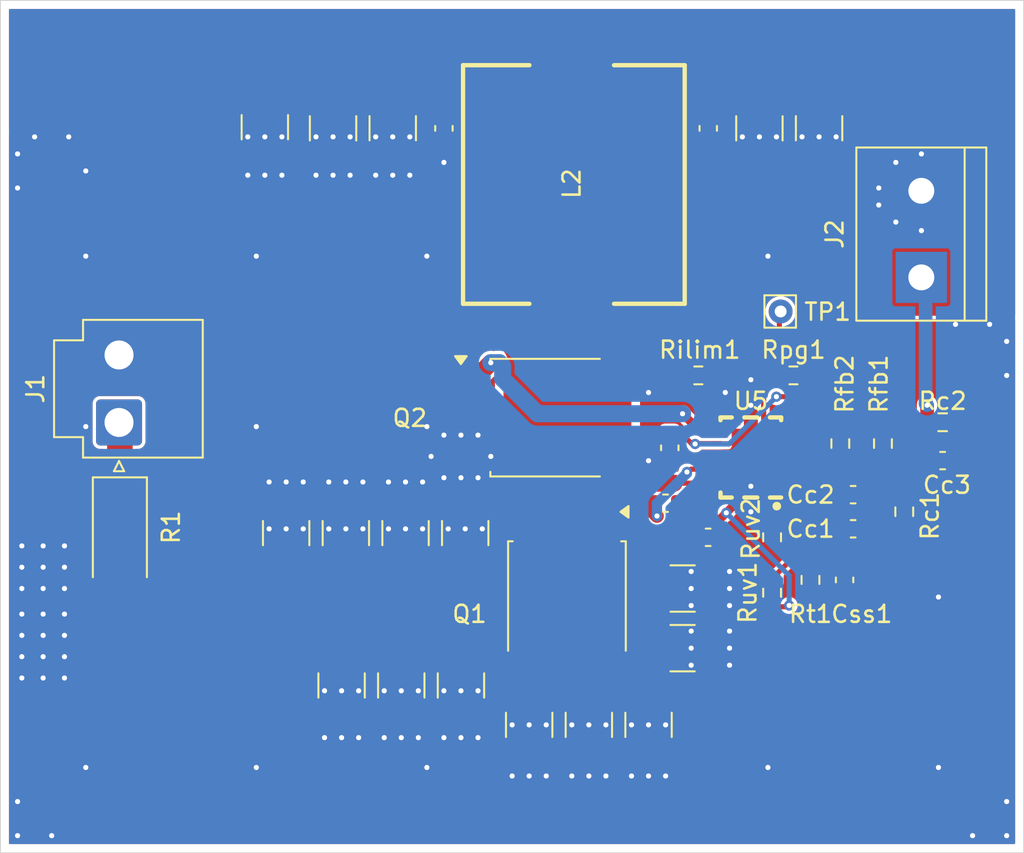
<source format=kicad_pcb>
(kicad_pcb (version 20241229) (generator "pcbnew") (generator_version "9.0")
  (layers (0 "F.Cu" signal) (2 "B.Cu" signal) (13 "F.Paste" user) (15 "B.Paste" user) (5 "F.SilkS" user "F.Silkscreen") (7 "B.SilkS" user "B.Silkscreen") (1 "F.Mask" user) (3 "B.Mask" user) (25 "Edge.Cuts" user))
  (net 0 "")
  (net 1 "Net-(U5-BST)")
  (net 2 "Net-(Q1-S)")
  (net 3 "Net-(Cc1-Pad1)")
  (net 4 "Net-(U5-COMP)")
  (net 5 "Net-(U5-FB)")
  (net 6 "Net-(Cc3-Pad1)")
  (net 7 "GND")
  (net 8 "+24V")
  (net 9 "+5.1V")
  (net 10 "Net-(U5-SS{slash}TRK)")
  (net 11 "+7.5V")
  (net 12 "Net-(Q1-G)")
  (net 13 "Net-(Q2-G)")
  (net 14 "Net-(U5-ILIM)")
  (net 15 "PGOOD")
  (net 16 "Net-(U5-RT)")
  (net 17 "Net-(U5-EN{slash}UVLO)")
  (net 20 "Net-(J1-Pin_1)")
  (footprint "Capacitor_SMD:C_1210_3225Metric_Pad1.33x2.70mm_HandSolder" (layer "F.Cu") (at 78.38 78.4475 -90)
    (property "Reference" "Cin2" (hide yes))
    (property "Value" "10u")
    (pad "1" smd roundrect (at -1.5625 0 270) (size 1.325 2.7) (layers "F.Cu" "F.Mask" "F.Paste") (roundrect_rratio 0.188679) (net 8 "+24V"))
    (pad "2" smd roundrect (at 1.5625 0 270) (size 1.325 2.7) (layers "F.Cu" "F.Mask" "F.Paste") (roundrect_rratio 0.188679) (net 7 "GND"))
  )
  (footprint "Resistor_SMD:R_0603_1608Metric" (layer "F.Cu") (at 101.375 60.255)
    (property "Reference" "Rpg1" (at 0.005 -1.495 0) (layer "F.SilkS"))
    (property "Value" "51k")
    (pad "1" smd roundrect (at -0.825 0) (size 0.8 0.95) (layers "F.Cu" "F.Mask" "F.Paste") (net 15 "PGOOD"))
    (pad "2" smd roundrect (at 0.825 0) (size 0.8 0.95) (layers "F.Cu" "F.Mask" "F.Paste") (net 11 "+7.5V"))
  )
  (footprint "Capacitor_SMD:C_1210_3225Metric_Pad1.33x2.70mm_HandSolder" (layer "F.Cu") (at 99.38 45.76 -90)
    (property "Reference" "Cout6" (hide yes))
    (property "Value" "47u")
    (pad "1" smd roundrect (at -1.5625 0 270) (size 1.325 2.7) (layers "F.Cu" "F.Mask" "F.Paste") (roundrect_rratio 0.188679) (net 9 "+5.1V"))
    (pad "2" smd roundrect (at 1.5625 0 270) (size 1.325 2.7) (layers "F.Cu" "F.Mask" "F.Paste") (roundrect_rratio 0.188679) (net 7 "GND"))
  )
  (footprint "Connector_Pin:Pin_D0.7mm_L6.5mm_W1.8mm_FlatFork" (layer "F.Cu") (at 100.625 56.505)
    (property "Reference" "TP1" (at 2.755 0.025 0) (layer "F.SilkS"))
    (property "Value" "TestPoint")
    (pad "1" thru_hole circle (at 0 0) (size 1.4 1.4) (drill 0.7) (layers "*.Cu" "*.Mask") (net 15 "PGOOD"))
  )
  (footprint "Capacitor_SMD:C_1210_3225Metric_Pad1.33x2.70mm_HandSolder" (layer "F.Cu") (at 94.88 72.76)
    (property "Reference" "Cin8" (hide yes))
    (property "Value" "10u")
    (pad "1" smd roundrect (at -1.5625 0) (size 1.325 2.7) (layers "F.Cu" "F.Mask" "F.Paste") (roundrect_rratio 0.188679) (net 8 "+24V"))
    (pad "2" smd roundrect (at 1.5625 0) (size 1.325 2.7) (layers "F.Cu" "F.Mask" "F.Paste") (roundrect_rratio 0.188679) (net 7 "GND"))
  )
  (footprint "Capacitor_SMD:C_0603_1608Metric" (layer "F.Cu") (at 93.875 67.755)
    (property "Reference" "Cbst1" (hide yes))
    (property "Value" "0.1u")
    (pad "1" smd roundrect (at -0.775 0) (size 0.9 0.95) (layers "F.Cu" "F.Mask" "F.Paste") (net 1 "Net-(U5-BST)"))
    (pad "2" smd roundrect (at 0.775 0) (size 0.9 0.95) (layers "F.Cu" "F.Mask" "F.Paste") (net 2 "Net-(Q1-S)"))
  )
  (footprint "Diode_SMD:D_2010_5025Metric_Pad1.52x2.65mm_HandSolder" (layer "F.Cu") (at 61.88 69.5975 -90)
    (property "Reference" "R1" (at -0.43 -3 270) (layer "F.SilkS"))
    (property "Value" "20m")
    (pad "1" smd roundrect (at -2.3375 0 270) (size 1.525 2.65) (layers "F.Cu" "F.Mask" "F.Paste") (roundrect_rratio 0.163934) (net 20 "Net-(J1-Pin_1)"))
    (pad "2" smd roundrect (at 2.3375 0 270) (size 1.525 2.65) (layers "F.Cu" "F.Mask" "F.Paste") (roundrect_rratio 0.163934) (net 8 "+24V"))
  )
  (footprint "Capacitor_SMD:C_1210_3225Metric_Pad1.33x2.70mm_HandSolder" (layer "F.Cu") (at 78.63 69.51 90)
    (property "Reference" "Cin10" (hide yes))
    (property "Value" "10u")
    (pad "1" smd roundrect (at -1.5625 0 90) (size 1.325 2.7) (layers "F.Cu" "F.Mask" "F.Paste") (roundrect_rratio 0.188679) (net 8 "+24V"))
    (pad "2" smd roundrect (at 1.5625 0 90) (size 1.325 2.7) (layers "F.Cu" "F.Mask" "F.Paste") (roundrect_rratio 0.188679) (net 7 "GND"))
  )
  (footprint "Capacitor_SMD:C_0603_1608Metric" (layer "F.Cu") (at 96.375 69.755)
    (property "Reference" "Cvin1" (hide yes))
    (property "Value" "0.1u")
    (pad "1" smd roundrect (at -0.775 0) (size 0.9 0.95) (layers "F.Cu" "F.Mask" "F.Paste") (net 8 "+24V"))
    (pad "2" smd roundrect (at 0.775 0) (size 0.9 0.95) (layers "F.Cu" "F.Mask" "F.Paste") (net 7 "GND"))
  )
  (footprint "Resistor_SMD:R_0603_1608Metric" (layer "F.Cu") (at 100.125 73.005 90)
    (property "Reference" "Ruv1" (at 0 -1.43 90) (layer "F.SilkS"))
    (property "Value" "75k")
    (pad "1" smd roundrect (at -0.825 0 90) (size 0.8 0.95) (layers "F.Cu" "F.Mask" "F.Paste") (net 8 "+24V"))
    (pad "2" smd roundrect (at 0.825 0 90) (size 0.8 0.95) (layers "F.Cu" "F.Mask" "F.Paste") (net 17 "Net-(U5-EN{slash}UVLO)"))
  )
  (footprint "basic_parts:VQFN-20_L4.5-W3.5-P0.50-BL-EP" (layer "F.Cu") (at 98.877 65.0065 90)
    (property "Reference" "U5" (at 3.2465 0.003 180) (layer "F.SilkS"))
    (property "Value" "~")
    (pad "1" smd rect (at -2.25 0.752 90) (size 0.85 0.28) (layers "F.Cu" "F.Mask" "F.Paste") (net 17 "Net-(U5-EN{slash}UVLO)"))
    (pad "2" smd rect (at -1.7485 1.75 90) (size 0.28 0.85) (layers "F.Cu" "F.Mask" "F.Paste") (net 16 "Net-(U5-RT)"))
    (pad "3" smd rect (at -1.2485 1.75 90) (size 0.28 0.85) (layers "F.Cu" "F.Mask" "F.Paste") (net 10 "Net-(U5-SS{slash}TRK)"))
    (pad "4" smd rect (at -0.7485 1.75 90) (size 0.28 0.85) (layers "F.Cu" "F.Mask" "F.Paste") (net 4 "Net-(U5-COMP)"))
    (pad "5" smd rect (at -0.2485 1.75 90) (size 0.28 0.85) (layers "F.Cu" "F.Mask" "F.Paste") (net 5 "Net-(U5-FB)"))
    (pad "6" smd rect (at 0.2515 1.75 90) (size 0.28 0.85) (layers "F.Cu" "F.Mask" "F.Paste") (net 7 "GND"))
    (pad "7" smd rect (at 0.7515 1.75 90) (size 0.28 0.85) (layers "F.Cu" "F.Mask" "F.Paste"))
    (pad "8" smd rect (at 1.2515 1.75 90) (size 0.28 0.85) (layers "F.Cu" "F.Mask" "F.Paste") (net 7 "GND"))
    (pad "9" smd rect (at 1.7515 1.75 90) (size 0.28 0.85) (layers "F.Cu" "F.Mask" "F.Paste"))
    (pad "10" smd rect (at 2.25 0.752 90) (size 0.85 0.28) (layers "F.Cu" "F.Mask" "F.Paste") (net 15 "PGOOD"))
    (pad "11" smd rect (at 2.25 -0.748 90) (size 0.85 0.28) (layers "F.Cu" "F.Mask" "F.Paste") (net 14 "Net-(U5-ILIM)"))
    (pad "12" smd rect (at 1.7515 -1.75 90) (size 0.28 0.85) (layers "F.Cu" "F.Mask" "F.Paste") (net 7 "GND"))
    (pad "13" smd rect (at 1.2515 -1.75 90) (size 0.28 0.85) (layers "F.Cu" "F.Mask" "F.Paste") (net 13 "Net-(Q2-G)"))
    (pad "14" smd rect (at 0.75 -1.748 90) (size 0.28 0.85) (layers "F.Cu" "F.Mask" "F.Paste") (net 11 "+7.5V"))
    (pad "15" smd rect (at 0.25 -1.748 90) (size 0.28 0.85) (layers "F.Cu" "F.Mask" "F.Paste") (net 7 "GND"))
    (pad "16" smd rect (at -0.25 -1.748 90) (size 0.28 0.85) (layers "F.Cu" "F.Mask" "F.Paste") (net 7 "GND"))
    (pad "17" smd rect (at -0.75 -1.748 90) (size 0.28 0.85) (layers "F.Cu" "F.Mask" "F.Paste") (net 1 "Net-(U5-BST)"))
    (pad "18" smd rect (at -1.25 -1.748 90) (size 0.28 0.85) (layers "F.Cu" "F.Mask" "F.Paste") (net 12 "Net-(Q1-G)"))
    (pad "19" smd rect (at -1.75 -1.748 90) (size 0.28 0.85) (layers "F.Cu" "F.Mask" "F.Paste") (net 2 "Net-(Q1-S)"))
    (pad "20" smd rect (at -2.25 -0.75 90) (size 0.85 0.28) (layers "F.Cu" "F.Mask" "F.Paste") (net 8 "+24V"))
    (pad "21" smd rect (at 0 0.002 180) (size 1.7 2.7) (layers "F.Cu" "F.Mask" "F.Paste") (net 7 "GND"))
  )
  (footprint "Capacitor_SMD:C_1210_3225Metric_Pad1.33x2.70mm_HandSolder" (layer "F.Cu") (at 75.13 69.51 90)
    (property "Reference" "Cin11" (hide yes))
    (property "Value" "10u")
    (pad "1" smd roundrect (at -1.5625 0 90) (size 1.325 2.7) (layers "F.Cu" "F.Mask" "F.Paste") (roundrect_rratio 0.188679) (net 8 "+24V"))
    (pad "2" smd roundrect (at 1.5625 0 90) (size 1.325 2.7) (layers "F.Cu" "F.Mask" "F.Paste") (roundrect_rratio 0.188679) (net 7 "GND"))
  )
  (footprint "Capacitor_SMD:C_0603_1608Metric" (layer "F.Cu") (at 94.125 64.505 -90)
    (property "Reference" "Cvcc1" (hide yes))
    (property "Value" "2.2u")
    (pad "1" smd roundrect (at -0.775 0 270) (size 0.9 0.95) (layers "F.Cu" "F.Mask" "F.Paste") (net 11 "+7.5V"))
    (pad "2" smd roundrect (at 0.775 0 270) (size 0.9 0.95) (layers "F.Cu" "F.Mask" "F.Paste") (net 7 "GND"))
  )
  (footprint "Resistor_SMD:R_0603_1608Metric" (layer "F.Cu") (at 100.125 69.755 -90)
    (property "Reference" "Ruv2" (at -0.495 1.245 90) (layer "F.SilkS"))
    (property "Value" "12k")
    (pad "1" smd roundrect (at -0.825 0 270) (size 0.8 0.95) (layers "F.Cu" "F.Mask" "F.Paste") (net 17 "Net-(U5-EN{slash}UVLO)"))
    (pad "2" smd roundrect (at 0.825 0 270) (size 0.8 0.95) (layers "F.Cu" "F.Mask" "F.Paste") (net 7 "GND"))
  )
  (footprint "Resistor_SMD:R_0603_1608Metric_Pad0.98x0.95mm_HandSolder" (layer "F.Cu") (at 106.625 64.255 90)
    (property "Reference" "Rfb1" (at 3.495 -0.245 90) (layer "F.SilkS"))
    (property "Value" "18k")
    (pad "1" smd roundrect (at -0.9125 0 90) (size 0.975 0.95) (layers "F.Cu" "F.Mask" "F.Paste") (net 5 "Net-(U5-FB)"))
    (pad "2" smd roundrect (at 0.9125 0 90) (size 0.975 0.95) (layers "F.Cu" "F.Mask" "F.Paste") (net 9 "+5.1V"))
  )
  (footprint "Resistor_SMD:R_0603_1608Metric" (layer "F.Cu") (at 102.375 72.255 90)
    (property "Reference" "Rt1" (at -2.005 0.005 180) (layer "F.SilkS"))
    (property "Value" "33k")
    (pad "1" smd roundrect (at -0.825 0 90) (size 0.8 0.95) (layers "F.Cu" "F.Mask" "F.Paste") (net 7 "GND"))
    (pad "2" smd roundrect (at 0.825 0 90) (size 0.8 0.95) (layers "F.Cu" "F.Mask" "F.Paste") (net 16 "Net-(U5-RT)"))
  )
  (footprint "Resistor_SMD:R_0603_1608Metric_Pad0.98x0.95mm_HandSolder" (layer "F.Cu") (at 110.125 63.005 180)
    (property "Reference" "Rc2" (at 0 1.245 0) (layer "F.SilkS"))
    (property "Value" "560")
    (pad "1" smd roundrect (at -0.9125 0 180) (size 0.975 0.95) (layers "F.Cu" "F.Mask" "F.Paste") (net 6 "Net-(Cc3-Pad1)"))
    (pad "2" smd roundrect (at 0.9125 0 180) (size 0.975 0.95) (layers "F.Cu" "F.Mask" "F.Paste") (net 9 "+5.1V"))
  )
  (footprint "Connector_JST:JST_VH_B2P-VH_1x02_P3.96mm_Vertical" (layer "F.Cu") (at 61.83 63.0175 90)
    (property "Reference" "J1" (at 1.98 -4.9 90) (layer "F.SilkS"))
    (property "Value" "Conn_01x02_Socket")
    (pad "1" thru_hole roundrect (at 0 0 90) (size 2.7 2.7) (drill 1.7) (layers "*.Cu" "*.Mask") (roundrect_rratio 0.092593) (net 20 "Net-(J1-Pin_1)"))
    (pad "2" thru_hole circle (at 3.96 0 90) (size 2.7 2.7) (drill 1.7) (layers "*.Cu" "*.Mask") (net 7 "GND"))
  )
  (footprint "Capacitor_SMD:C_1210_3225Metric_Pad1.33x2.70mm_HandSolder" (layer "F.Cu") (at 94.875 76.26)
    (property "Reference" "Cin7" (hide yes))
    (property "Value" "10u")
    (pad "1" smd roundrect (at -1.5625 0) (size 1.325 2.7) (layers "F.Cu" "F.Mask" "F.Paste") (roundrect_rratio 0.188679) (net 8 "+24V"))
    (pad "2" smd roundrect (at 1.5625 0) (size 1.325 2.7) (layers "F.Cu" "F.Mask" "F.Paste") (roundrect_rratio 0.188679) (net 7 "GND"))
  )
  (footprint "Resistor_SMD:R_0603_1608Metric_Pad0.98x0.95mm_HandSolder" (layer "F.Cu") (at 107.875 68.255 90)
    (property "Reference" "Rc1" (at -0.254724 1.505 90) (layer "F.SilkS"))
    (property "Value" "10k")
    (pad "1" smd roundrect (at -0.9125 0 90) (size 0.975 0.95) (layers "F.Cu" "F.Mask" "F.Paste") (net 3 "Net-(Cc1-Pad1)"))
    (pad "2" smd roundrect (at 0.9125 0 90) (size 0.975 0.95) (layers "F.Cu" "F.Mask" "F.Paste") (net 5 "Net-(U5-FB)"))
  )
  (footprint "Capacitor_SMD:C_1210_3225Metric_Pad1.33x2.70mm_HandSolder" (layer "F.Cu") (at 82.13 69.505 90)
    (property "Reference" "Cin9" (hide yes))
    (property "Value" "10u")
    (pad "1" smd roundrect (at -1.5625 0 90) (size 1.325 2.7) (layers "F.Cu" "F.Mask" "F.Paste") (roundrect_rratio 0.188679) (net 8 "+24V"))
    (pad "2" smd roundrect (at 1.5625 0 90) (size 1.325 2.7) (layers "F.Cu" "F.Mask" "F.Paste") (roundrect_rratio 0.188679) (net 7 "GND"))
  )
  (footprint "Capacitor_SMD:C_1210_3225Metric_Pad1.33x2.70mm_HandSolder" (layer "F.Cu") (at 74.38 45.76 -90)
    (property "Reference" "Cout4" (hide yes))
    (property "Value" "47u")
    (pad "1" smd roundrect (at -1.5625 0 270) (size 1.325 2.7) (layers "F.Cu" "F.Mask" "F.Paste") (roundrect_rratio 0.188679) (net 9 "+5.1V"))
    (pad "2" smd roundrect (at 1.5625 0 270) (size 1.325 2.7) (layers "F.Cu" "F.Mask" "F.Paste") (roundrect_rratio 0.188679) (net 7 "GND"))
  )
  (footprint "Capacitor_SMD:C_0603_1608Metric" (layer "F.Cu") (at 80.88 45.76 90)
    (property "Reference" "Cout1" (hide yes))
    (property "Value" "100p")
    (pad "1" smd roundrect (at -0.775 0 90) (size 0.9 0.95) (layers "F.Cu" "F.Mask" "F.Paste") (net 7 "GND"))
    (pad "2" smd roundrect (at 0.775 0 90) (size 0.9 0.95) (layers "F.Cu" "F.Mask" "F.Paste") (net 9 "+5.1V"))
  )
  (footprint "Capacitor_SMD:C_1210_3225Metric_Pad1.33x2.70mm_HandSolder" (layer "F.Cu") (at 74.88 78.4475 -90)
    (property "Reference" "Cin1" (hide yes))
    (property "Value" "10u")
    (pad "1" smd roundrect (at -1.5625 0 270) (size 1.325 2.7) (layers "F.Cu" "F.Mask" "F.Paste") (roundrect_rratio 0.188679) (net 8 "+24V"))
    (pad "2" smd roundrect (at 1.5625 0 270) (size 1.325 2.7) (layers "F.Cu" "F.Mask" "F.Paste") (roundrect_rratio 0.188679) (net 7 "GND"))
  )
  (footprint "Package_TO_SOT_SMD:TO-252-2" (layer "F.Cu") (at 86.915 62.735)
    (property "Reference" "Q2" (at -8.035 0.025 0) (layer "F.SilkS"))
    (property "Value" "~")
    (pad "1" smd roundrect (at -5.04 -2.28) (size 2.2 1.2) (layers "F.Cu" "F.Mask" "F.Paste") (roundrect_rratio 0.208333) (net 13 "Net-(Q2-G)"))
    (pad "2" smd roundrect (at -0.415 -1.525) (size 3.05 2.75) (layers "F.Cu" "F.Paste") (roundrect_rratio 0.090909) (net 2 "Net-(Q1-S)"))
    (pad "2" smd roundrect (at -0.415 1.525) (size 3.05 2.75) (layers "F.Cu" "F.Paste") (roundrect_rratio 0.090909) (net 2 "Net-(Q1-S)"))
    (pad "2" smd roundrect (at 1.26 0) (size 6.4 5.8) (layers "F.Cu" "F.Mask") (roundrect_rratio 0.043103) (net 2 "Net-(Q1-S)"))
    (pad "2" smd roundrect (at 2.935 -1.525) (size 3.05 2.75) (layers "F.Cu" "F.Paste") (roundrect_rratio 0.090909) (net 2 "Net-(Q1-S)"))
    (pad "2" smd roundrect (at 2.935 1.525) (size 3.05 2.75) (layers "F.Cu" "F.Paste") (roundrect_rratio 0.090909) (net 2 "Net-(Q1-S)"))
    (pad "3" smd roundrect (at -5.04 2.28) (size 2.2 1.2) (layers "F.Cu" "F.Mask" "F.Paste") (roundrect_rratio 0.208333) (net 7 "GND"))
  )
  (footprint "Capacitor_SMD:C_0603_1608Metric" (layer "F.Cu") (at 96.38 45.76 90)
    (property "Reference" "Cout2" (hide yes))
    (property "Value" "0.1u")
    (pad "1" smd roundrect (at -0.775 0 90) (size 0.9 0.95) (layers "F.Cu" "F.Mask" "F.Paste") (net 7 "GND"))
    (pad "2" smd roundrect (at 0.775 0 90) (size 0.9 0.95) (layers "F.Cu" "F.Mask" "F.Paste") (net 9 "+5.1V"))
  )
  (footprint "Capacitor_SMD:C_0603_1608Metric" (layer "F.Cu") (at 104.875 69.255 180)
    (property "Reference" "Cc1" (at 2.495 -0.005 0) (layer "F.SilkS"))
    (property "Value" "5.6n")
    (pad "1" smd roundrect (at -0.775 0 180) (size 0.9 0.95) (layers "F.Cu" "F.Mask" "F.Paste") (net 3 "Net-(Cc1-Pad1)"))
    (pad "2" smd roundrect (at 0.775 0 180) (size 0.9 0.95) (layers "F.Cu" "F.Mask" "F.Paste") (net 4 "Net-(U5-COMP)"))
  )
  (footprint "Capacitor_SMD:C_0603_1608Metric" (layer "F.Cu") (at 104.875 67.255 180)
    (property "Reference" "Cc2" (at 2.495 -0.005 0) (layer "F.SilkS"))
    (property "Value" "82p")
    (pad "1" smd roundrect (at -0.775 0 180) (size 0.9 0.95) (layers "F.Cu" "F.Mask" "F.Paste") (net 5 "Net-(U5-FB)"))
    (pad "2" smd roundrect (at 0.775 0 180) (size 0.9 0.95) (layers "F.Cu" "F.Mask" "F.Paste") (net 4 "Net-(U5-COMP)"))
  )
  (footprint "Resistor_SMD:R_0603_1608Metric_Pad0.98x0.95mm_HandSolder" (layer "F.Cu") (at 104.125 64.255 -90)
    (property "Reference" "Rfb2" (at -3.495 -0.255 90) (layer "F.SilkS"))
    (property "Value" "3.3k")
    (pad "1" smd roundrect (at -0.9125 0 270) (size 0.975 0.95) (layers "F.Cu" "F.Mask" "F.Paste") (net 7 "GND"))
    (pad "2" smd roundrect (at 0.9125 0 270) (size 0.975 0.95) (layers "F.Cu" "F.Mask" "F.Paste") (net 5 "Net-(U5-FB)"))
  )
  (footprint "Capacitor_SMD:C_0603_1608Metric" (layer "F.Cu") (at 110.125 65.255 180)
    (property "Reference" "Cc3" (at -0.25 -1.43 0) (layer "F.SilkS"))
    (property "Value" "1500p")
    (pad "1" smd roundrect (at -0.775 0 180) (size 0.9 0.95) (layers "F.Cu" "F.Mask" "F.Paste") (net 6 "Net-(Cc3-Pad1)"))
    (pad "2" smd roundrect (at 0.775 0 180) (size 0.9 0.95) (layers "F.Cu" "F.Mask" "F.Paste") (net 5 "Net-(U5-FB)"))
  )
  (footprint "Capacitor_SMD:C_1210_3225Metric_Pad1.33x2.70mm_HandSolder" (layer "F.Cu") (at 85.88 80.76 -90)
    (property "Reference" "Cin4" (hide yes))
    (property "Value" "10u")
    (pad "1" smd roundrect (at -1.5625 0 270) (size 1.325 2.7) (layers "F.Cu" "F.Mask" "F.Paste") (roundrect_rratio 0.188679) (net 8 "+24V"))
    (pad "2" smd roundrect (at 1.5625 0 270) (size 1.325 2.7) (layers "F.Cu" "F.Mask" "F.Paste") (roundrect_rratio 0.188679) (net 7 "GND"))
  )
  (footprint "Capacitor_SMD:C_1210_3225Metric_Pad1.33x2.70mm_HandSolder" (layer "F.Cu") (at 81.88 78.4475 -90)
    (property "Reference" "Cin3" (hide yes))
    (property "Value" "10u")
    (pad "1" smd roundrect (at -1.5625 0 270) (size 1.325 2.7) (layers "F.Cu" "F.Mask" "F.Paste") (roundrect_rratio 0.188679) (net 8 "+24V"))
    (pad "2" smd roundrect (at 1.5625 0 270) (size 1.325 2.7) (layers "F.Cu" "F.Mask" "F.Paste") (roundrect_rratio 0.188679) (net 7 "GND"))
  )
  (footprint "Capacitor_SMD:C_1210_3225Metric_Pad1.33x2.70mm_HandSolder" (layer "F.Cu") (at 92.88 80.76 -90)
    (property "Reference" "Cin6" (hide yes))
    (property "Value" "10u")
    (pad "1" smd roundrect (at -1.5625 0 270) (size 1.325 2.7) (layers "F.Cu" "F.Mask" "F.Paste") (roundrect_rratio 0.188679) (net 8 "+24V"))
    (pad "2" smd roundrect (at 1.5625 0 270) (size 1.325 2.7) (layers "F.Cu" "F.Mask" "F.Paste") (roundrect_rratio 0.188679) (net 7 "GND"))
  )
  (footprint "Capacitor_SMD:C_0603_1608Metric" (layer "F.Cu") (at 104.375 72.255 90)
    (property "Reference" "Css1" (at -2.005 1.005 180) (layer "F.SilkS"))
    (property "Value" "0.1u")
    (pad "1" smd roundrect (at -0.775 0 90) (size 0.9 0.95) (layers "F.Cu" "F.Mask" "F.Paste") (net 7 "GND"))
    (pad "2" smd roundrect (at 0.775 0 90) (size 0.9 0.95) (layers "F.Cu" "F.Mask" "F.Paste") (net 10 "Net-(U5-SS{slash}TRK)"))
  )
  (footprint "Resistor_SMD:R_0603_1608Metric" (layer "F.Cu") (at 95.8 60.255 180)
    (property "Reference" "Rilim1" (at -0.08 1.495 0) (layer "F.SilkS"))
    (property "Value" "180")
    (pad "1" smd roundrect (at -0.825 0 180) (size 0.8 0.95) (layers "F.Cu" "F.Mask" "F.Paste") (net 14 "Net-(U5-ILIM)"))
    (pad "2" smd roundrect (at 0.825 0 180) (size 0.8 0.95) (layers "F.Cu" "F.Mask" "F.Paste") (net 2 "Net-(Q1-S)"))
  )
  (footprint "Capacitor_SMD:C_1210_3225Metric_Pad1.33x2.70mm_HandSolder" (layer "F.Cu") (at 102.88 45.755 -90)
    (property "Reference" "Cout7" (hide yes))
    (property "Value" "47u")
    (pad "1" smd roundrect (at -1.5625 0 270) (size 1.325 2.7) (layers "F.Cu" "F.Mask" "F.Paste") (roundrect_rratio 0.188679) (net 9 "+5.1V"))
    (pad "2" smd roundrect (at 1.5625 0 270) (size 1.325 2.7) (layers "F.Cu" "F.Mask" "F.Paste") (roundrect_rratio 0.188679) (net 7 "GND"))
  )
  (footprint "Capacitor_SMD:C_1210_3225Metric_Pad1.33x2.70mm_HandSolder" (layer "F.Cu") (at 89.38 80.76 -90)
    (property "Reference" "Cin5" (hide yes))
    (property "Value" "10u")
    (pad "1" smd roundrect (at -1.5625 0 270) (size 1.325 2.7) (layers "F.Cu" "F.Mask" "F.Paste") (roundrect_rratio 0.188679) (net 8 "+24V"))
    (pad "2" smd roundrect (at 1.5625 0 270) (size 1.325 2.7) (layers "F.Cu" "F.Mask" "F.Paste") (roundrect_rratio 0.188679) (net 7 "GND"))
  )
  (footprint "basic_parts:IND-SMD_L13.8-W12.6" (layer "F.Cu") (at 88.375 49.005 90)
    (property "Reference" "L2" (at 0 0 90) (layer "F.SilkS"))
    (property "Value" "10u")
    (pad "1" smd rect (at -6.25 0 90) (size 4.5 4.5) (layers "F.Cu" "F.Mask" "F.Paste") (net 2 "Net-(Q1-S)"))
    (pad "2" smd rect (at 6.25 0 90) (size 4.5 4.5) (layers "F.Cu" "F.Mask" "F.Paste") (net 9 "+5.1V"))
  )
  (footprint "TerminalBlock:TerminalBlock_bornier-2_P5.08mm" (layer "F.Cu") (at 108.875 54.505 90)
    (property "Reference" "J2" (at 2.54 -5.08 90) (layer "F.SilkS"))
    (property "Value" "Conn_01x02_Socket")
    (pad "1" thru_hole rect (at 0 0 90) (size 3 3) (drill 1.52) (layers "*.Cu" "*.Mask") (net 9 "+5.1V"))
    (pad "2" thru_hole circle (at 5.08 0 90) (size 3 3) (drill 1.52) (layers "*.Cu" "*.Mask") (net 7 "GND"))
  )
  (footprint "Capacitor_SMD:C_1210_3225Metric_Pad1.33x2.70mm_HandSolder" (layer "F.Cu") (at 71.63 69.51 90)
    (property "Reference" "Cin12" (hide yes))
    (property "Value" "10u")
    (pad "1" smd roundrect (at -1.5625 0 90) (size 1.325 2.7) (layers "F.Cu" "F.Mask" "F.Paste") (roundrect_rratio 0.188679) (net 8 "+24V"))
    (pad "2" smd roundrect (at 1.5625 0 90) (size 1.325 2.7) (layers "F.Cu" "F.Mask" "F.Paste") (roundrect_rratio 0.188679) (net 7 "GND"))
  )
  (footprint "Capacitor_SMD:C_1210_3225Metric_Pad1.33x2.70mm_HandSolder" (layer "F.Cu") (at 77.88 45.755 -90)
    (property "Reference" "Cout5" (hide yes))
    (property "Value" "47u")
    (pad "1" smd roundrect (at -1.5625 0 270) (size 1.325 2.7) (layers "F.Cu" "F.Mask" "F.Paste") (roundrect_rratio 0.188679) (net 9 "+5.1V"))
    (pad "2" smd roundrect (at 1.5625 0 270) (size 1.325 2.7) (layers "F.Cu" "F.Mask" "F.Paste") (roundrect_rratio 0.188679) (net 7 "GND"))
  )
  (footprint "Capacitor_SMD:C_1210_3225Metric_Pad1.33x2.70mm_HandSolder" (layer "F.Cu") (at 70.38 45.6925 -90)
    (property "Reference" "Cout3" (hide yes))
    (property "Value" "10u")
    (pad "1" smd roundrect (at -1.5625 0 270) (size 1.325 2.7) (layers "F.Cu" "F.Mask" "F.Paste") (roundrect_rratio 0.188679) (net 9 "+5.1V"))
    (pad "2" smd roundrect (at 1.5625 0 270) (size 1.325 2.7) (layers "F.Cu" "F.Mask" "F.Paste") (roundrect_rratio 0.188679) (net 7 "GND"))
  )
  (footprint "Package_TO_SOT_SMD:TO-252-2" (layer "F.Cu") (at 88.095 73.3 -90)
    (property "Reference" "Q1" (at 0.96 5.715 180) (layer "F.SilkS"))
    (property "Value" "~")
    (pad "1" smd roundrect (at -5.04 -2.28 270) (size 2.2 1.2) (layers "F.Cu" "F.Mask" "F.Paste") (roundrect_rratio 0.208333) (net 12 "Net-(Q1-G)"))
    (pad "2" smd roundrect (at -0.415 -1.525 270) (size 3.05 2.75) (layers "F.Cu" "F.Paste") (roundrect_rratio 0.090909) (net 8 "+24V"))
    (pad "2" smd roundrect (at -0.415 1.525 270) (size 3.05 2.75) (layers "F.Cu" "F.Paste") (roundrect_rratio 0.090909) (net 8 "+24V"))
    (pad "2" smd roundrect (at 1.26 0 270) (size 6.4 5.8) (layers "F.Cu" "F.Mask") (roundrect_rratio 0.043103) (net 8 "+24V"))
    (pad "2" smd roundrect (at 2.935 -1.525 270) (size 3.05 2.75) (layers "F.Cu" "F.Paste") (roundrect_rratio 0.090909) (net 8 "+24V"))
    (pad "2" smd roundrect (at 2.935 1.525 270) (size 3.05 2.75) (layers "F.Cu" "F.Paste") (roundrect_rratio 0.090909) (net 8 "+24V"))
    (pad "3" smd roundrect (at -5.04 2.28 270) (size 2.2 1.2) (layers "F.Cu" "F.Mask" "F.Paste") (roundrect_rratio 0.208333) (net 2 "Net-(Q1-S)"))
  )
  (gr_rect (start 54.875 38.255) (end 114.875 88.255) (stroke (width 0.05)) (fill no) (layer "Edge.Cuts"))
  (segment (start 95.13069 65.924069) (end 95.208931 65.924069) (width 0.3) (layer "F.Cu") (net 1))
  (segment (start 93.1 68.23) (end 93.375 68.505) (width 0.8) (layer "F.Cu") (net 1))
  (segment (start 95.208931 65.924069) (end 95.3765 65.7565) (width 0.3) (layer "F.Cu") (net 1))
  (segment (start 93.1 67.755) (end 93.1 68.23) (width 0.8) (layer "F.Cu") (net 1))
  (segment (start 95.3765 65.7565) (end 97.129 65.7565) (width 0.3) (layer "F.Cu") (net 1))
  (via (at 95.13069 65.924069) (size 0.6) (drill 0.3) (layers "F.Cu" "B.Cu") (net 1))
  (via (at 93.375 68.505) (size 0.6) (drill 0.3) (layers "F.Cu" "B.Cu") (net 1))
  (segment (start 95.13069 65.924069) (end 95.13069 65.99931) (width 0.6) (layer "B.Cu") (net 1))
  (segment (start 93.375 67.755) (end 93.375 68.505) (width 0.6) (layer "B.Cu") (net 1))
  (segment (start 95.13069 65.99931) (end 93.375 67.755) (width 0.6) (layer "B.Cu") (net 1))
  (segment (start 96.435574 66.7565) (end 96.184574 67.0075) (width 0.3) (layer "F.Cu") (net 2))
  (segment (start 93.448207 69.956) (end 93.443207 69.961) (width 0.8) (layer "F.Cu") (net 2))
  (segment (start 90.045 60.255) (end 89.85 60.45) (width 0.5) (layer "F.Cu") (net 2))
  (segment (start 94.975 60.255) (end 90.045 60.255) (width 0.5) (layer "F.Cu") (net 2))
  (segment (start 89.581 69.961) (end 88.88 69.26) (width 0.8) (layer "F.Cu") (net 2))
  (segment (start 94.65 67.755) (end 95.437074 67.755) (width 0.8) (layer "F.Cu") (net 2))
  (segment (start 94.65 68.754207) (end 93.448207 69.956) (width 0.8) (layer "F.Cu") (net 2))
  (segment (start 97.129 66.7565) (end 96.435574 66.7565) (width 0.3) (layer "F.Cu") (net 2))
  (segment (start 95.437074 67.755) (end 96.184574 67.0075) (width 0.8) (layer "F.Cu") (net 2))
  (segment (start 94.65 67.755) (end 94.65 68.754207) (width 0.8) (layer "F.Cu") (net 2))
  (segment (start 93.443207 69.961) (end 89.581 69.961) (width 0.8) (layer "F.Cu") (net 2))
  (segment (start 107.7875 69.255) (end 107.875 69.1675) (width 0.8) (layer "F.Cu") (net 3))
  (segment (start 105.65 69.255) (end 107.7875 69.255) (width 0.8) (layer "F.Cu") (net 3))
  (segment (start 102.894 68.049) (end 104.1 69.255) (width 0.3) (layer "F.Cu") (net 4))
  (segment (start 102.894 67.255) (end 104.1 67.255) (width 0.3) (layer "F.Cu") (net 4))
  (segment (start 102.894 67.255) (end 102.894 68.049) (width 0.3) (layer "F.Cu") (net 4))
  (segment (start 101.875 65.755) (end 102.894 66.774) (width 0.3) (layer "F.Cu") (net 4))
  (segment (start 100.627 65.755) (end 101.875 65.755) (width 0.3) (layer "F.Cu") (net 4))
  (segment (start 102.894 66.774) (end 102.894 67.255) (width 0.3) (layer "F.Cu") (net 4))
  (segment (start 103.7875 65.255) (end 103.875 65.1675) (width 0.3) (layer "F.Cu") (net 5))
  (segment (start 109.1 65.255) (end 106.7125 65.255) (width 0.8) (layer "F.Cu") (net 5))
  (segment (start 100.627 65.255) (end 103.7875 65.255) (width 0.3) (layer "F.Cu") (net 5))
  (segment (start 105.65 67.255) (end 105.65 65.6925) (width 0.8) (layer "F.Cu") (net 5))
  (segment (start 105.125 65.1675) (end 104.125 65.1675) (width 0.8) (layer "F.Cu") (net 5))
  (segment (start 105.7375 67.3425) (end 105.65 67.255) (width 0.8) (layer "F.Cu") (net 5))
  (segment (start 106.7125 65.255) (end 106.625 65.1675) (width 0.8) (layer "F.Cu") (net 5))
  (segment (start 107.875 67.3425) (end 105.7375 67.3425) (width 0.8) (layer "F.Cu") (net 5))
  (segment (start 106.625 65.1675) (end 105.125 65.1675) (width 0.8) (layer "F.Cu") (net 5))
  (segment (start 105.65 65.6925) (end 105.125 65.1675) (width 0.8) (layer "F.Cu") (net 5))
  (segment (start 111.0375 63.005) (end 111.0375 65.1175) (width 0.8) (layer "F.Cu") (net 6))
  (segment (start 111.0375 65.1175) (end 110.9 65.255) (width 0.8) (layer "F.Cu") (net 6))
  (via (at 70.38 48.51) (size 0.6) (drill 0.3) (layers "F.Cu" "B.Cu") (net 7))
  (via (at 110.88 57.26) (size 0.6) (drill 0.3) (layers "F.Cu" "B.Cu") (net 7))
  (via (at 70.63 69.26) (size 0.6) (drill 0.3) (layers "F.Cu" "B.Cu") (net 7))
  (via (at 75.38 48.51) (size 0.6) (drill 0.3) (layers "F.Cu" "B.Cu") (net 7))
  (via (at 77.38 78.76) (size 0.6) (drill 0.3) (layers "F.Cu" "B.Cu") (net 7))
  (via (at 56.13 71.51) (size 0.6) (drill 0.3) (layers "F.Cu" "B.Cu") (net 7))
  (via (at 75.88 81.51) (size 0.6) (drill 0.3) (layers "F.Cu" "B.Cu") (net 7))
  (via (at 74.38 46.26) (size 0.6) (drill 0.3) (layers "F.Cu" "B.Cu") (net 7))
  (via (at 109.88 73.26) (size 0.6) (drill 0.3) (layers "F.Cu" "B.Cu") (net 7))
  (via (at 69.88 63.26) (size 0.6) (drill 0.3) (layers "F.Cu" "B.Cu") (net 7))
  (via (at 95.38 75.26) (size 0.6) (drill 0.3) (layers "F.Cu" "B.Cu") (net 7))
  (via (at 81.88 78.76) (size 0.6) (drill 0.3) (layers "F.Cu" "B.Cu") (net 7))
  (via (at 111.88 87.26) (size 0.6) (drill 0.3) (layers "F.Cu" "B.Cu") (net 7))
  (via (at 71.38 46.26) (size 0.6) (drill 0.3) (layers "F.Cu" "B.Cu") (net 7))
  (via (at 77.38 81.51) (size 0.6) (drill 0.3) (layers "F.Cu" "B.Cu") (net 7))
  (via (at 103.88 46.26) (size 0.6) (drill 0.3) (layers "F.Cu" "B.Cu") (net 7))
  (via (at 82.88 66.26) (size 0.6) (drill 0.3) (layers "F.Cu" "B.Cu") (net 7))
  (via (at 73.38 48.51) (size 0.6) (drill 0.3) (layers "F.Cu" "B.Cu") (net 7))
  (via (at 97.63 71.76) (size 0.6) (drill 0.3) (layers "F.Cu" "B.Cu") (net 7))
  (via (at 78.63 69.26) (size 0.6) (drill 0.3) (layers "F.Cu" "B.Cu") (net 7))
  (via (at 55.88 47.26) (size 0.6) (drill 0.3) (layers "F.Cu" "B.Cu") (net 7))
  (via (at 74.38 48.51) (size 0.6) (drill 0.3) (layers "F.Cu" "B.Cu") (net 7))
  (via (at 70.38 46.26) (size 0.6) (drill 0.3) (layers "F.Cu" "B.Cu") (net 7))
  (via (at 82.88 78.76) (size 0.6) (drill 0.3) (layers "F.Cu" "B.Cu") (net 7))
  (via (at 91.88 80.76) (size 0.6) (drill 0.3) (layers "F.Cu" "B.Cu") (net 7))
  (via (at 95.38 76.26) (size 0.6) (drill 0.3) (layers "F.Cu" "B.Cu") (net 7))
  (via (at 76.88 48.51) (size 0.6) (drill 0.3) (layers "F.Cu" "B.Cu") (net 7))
  (via (at 59.88 53.26) (size 0.6) (drill 0.3) (layers "F.Cu" "B.Cu") (net 7))
  (via (at 100.38 46.26) (size 0.6) (drill 0.3) (layers "F.Cu" "B.Cu") (net 7))
  (via (at 57.38 71.51) (size 0.6) (drill 0.3) (layers "F.Cu" "B.Cu") (net 7))
  (via (at 106.38 50.26) (size 0.6) (drill 0.3) (layers "F.Cu" "B.Cu") (net 7))
  (via (at 56.88 46.26) (size 0.6) (drill 0.3) (layers "F.Cu" "B.Cu") (net 7))
  (via (at 89.38 80.76) (size 0.6) (drill 0.3) (layers "F.Cu" "B.Cu") (net 7))
  (via (at 101.88 46.26) (size 0.6) (drill 0.3) (layers "F.Cu" "B.Cu") (net 7))
  (via (at 84.88 83.76) (size 0.6) (drill 0.3) (layers "F.Cu" "B.Cu") (net 7))
  (via (at 78.38 78.76) (size 0.6) (drill 0.3) (layers "F.Cu" "B.Cu") (net 7))
  (via (at 57.38 75.51) (size 0.6) (drill 0.3) (layers "F.Cu" "B.Cu") (net 7))
  (via (at 98.88 66.76) (size 0.6) (drill 0.3) (layers "F.Cu" "B.Cu") (net 7))
  (via (at 71.63 66.51) (size 0.6) (drill 0.3) (layers "F.Cu" "B.Cu") (net 7))
  (via (at 79.88 83.26) (size 0.6) (drill 0.3) (layers "F.Cu" "B.Cu") (net 7))
  (via (at 57.38 78.01) (size 0.6) (drill 0.3) (layers "F.Cu" "B.Cu") (net 7))
  (via (at 79.63 66.51) (size 0.6) (drill 0.3) (layers "F.Cu" "B.Cu") (net 7))
  (via (at 76.13 66.51) (size 0.6) (drill 0.3) (layers "F.Cu" "B.Cu") (net 7))
  (via (at 59.88 83.26) (size 0.6) (drill 0.3) (layers "F.Cu" "B.Cu") (net 7))
  (via (at 72.63 69.26) (size 0.6) (drill 0.3) (layers "F.Cu" "B.Cu") (net 7))
  (via (at 77.63 69.26) (size 0.6) (drill 0.3) (layers "F.Cu" "B.Cu") (net 7))
  (via (at 56.13 72.76) (size 0.6) (drill 0.3) (layers "F.Cu" "B.Cu") (net 7))
  (via (at 74.88 81.51) (size 0.6) (drill 0.3) (layers "F.Cu" "B.Cu") (net 7))
  (via (at 89.38 83.76) (size 0.6) (drill 0.3) (layers "F.Cu" "B.Cu") (net 7))
  (via (at 75.88 78.76) (size 0.6) (drill 0.3) (layers "F.Cu" "B.Cu") (net 7))
  (via (at 113.88 85.26) (size 0.6) (drill 0.3) (layers "F.Cu" "B.Cu") (net 7))
  (via (at 75.13 66.51) (size 0.6) (drill 0.3) (layers "F.Cu" "B.Cu") (net 7))
  (via (at 99.38 46.26) (size 0.6) (drill 0.3) (layers "F.Cu" "B.Cu") (net 7))
  (via (at 109.88 83.26) (size 0.6) (drill 0.3) (layers "F.Cu" "B.Cu") (net 7))
  (via (at 81.88 63.76) (size 0.6) (drill 0.3) (layers "F.Cu" "B.Cu") (net 7))
  (via (at 56.13 78.01) (size 0.6) (drill 0.3) (layers "F.Cu" "B.Cu") (net 7))
  (via (at 57.38 74.26) (size 0.6) (drill 0.3) (layers "F.Cu" "B.Cu") (net 7))
  (via (at 56.13 70.26) (size 0.6) (drill 0.3) (layers "F.Cu" "B.Cu") (net 7))
  (via (at 79.38 78.76) (size 0.6) (drill 0.3) (layers "F.Cu" "B.Cu") (net 7))
  (via (at 82.88 63.76) (size 0.6) (drill 0.3) (layers "F.Cu" "B.Cu") (net 7))
  (via (at 77.88 48.51) (size 0.6) (drill 0.3) (layers "F.Cu" "B.Cu") (net 7))
  (via (at 56.13 76.76) (size 0.6) (drill 0.3) (layers "F.Cu" "B.Cu") (net 7))
  (via (at 80.88 47.76) (size 0.6) (drill 0.3) (layers "F.Cu" "B.Cu") (net 7))
  (via (at 72.63 66.51) (size 0.6) (drill 0.3) (layers "F.Cu" "B.Cu") (net 7))
  (via (at 98.88 68.26) (size 0.6) (drill 0.3) (layers "F.Cu" "B.Cu") (net 7))
  (via (at 76.88 46.26) (size 0.6) (drill 0.3) (layers "F.Cu" "B.Cu") (net 7))
  (via (at 57.88 87.26) (size 0.6) (drill 0.3) (layers "F.Cu" "B.Cu") (net 7))
  (via (at 113.88 58.26) (size 0.6) (drill 0.3) (layers "F.Cu" "B.Cu") (net 7))
  (via (at 112.88 57.26) (size 0.6) (drill 0.3) (layers "F.Cu" "B.Cu") (net 7))
  (via (at 78.88 48.51) (size 0.6) (drill 0.3) (layers "F.Cu" "B.Cu") (net 7))
  (via (at 93.88 80.76) (size 0.6) (drill 0.3) (layers "F.Cu" "B.Cu") (net 7))
  (via (at 58.63 75.51) (size 0.6) (drill 0.3) (layers "F.Cu" "B.Cu") (net 7))
  (via (at 77.63 66.51) (size 0.6) (drill 0.3) (layers "F.Cu" "B.Cu") (net 7))
  (via (at 106.38 49.26) (size 0.6) (drill 0.3) (layers "F.Cu" "B.Cu") (net 7))
  (via (at 92.88 61.26) (size 0.6) (drill 0.3) (layers "F.Cu" "B.Cu") (net 7))
  (via (at 97.63 72.76) (size 0.6) (drill 0.3) (layers "F.Cu" "B.Cu") (net 7))
  (via (at 79.38 81.51) (size 0.6) (drill 0.3) (layers "F.Cu" "B.Cu") (net 7))
  (via (at 95.38 72.76) (size 0.6) (drill 0.3) (layers "F.Cu" "B.Cu") (net 7))
  (via (at 73.38 46.26) (size 0.6) (drill 0.3) (layers "F.Cu" "B.Cu") (net 7))
  (via (at 83.63 65.01) (size 0.6) (drill 0.3) (layers "F.Cu" "B.Cu") (net 7))
  (via (at 77.88 46.26) (size 0.6) (drill 0.3) (layers "F.Cu" "B.Cu") (net 7))
  (via (at 82.88 81.51) (size 0.6) (drill 0.3) (layers "F.Cu" "B.Cu") (net 7))
  (via (at 69.38 48.51) (size 0.6) (drill 0.3) (layers "F.Cu" "B.Cu") (net 7))
  (via (at 79.88 63.26) (size 0.6) (drill 0.3) (layers "F.Cu" "B.Cu") (net 7))
  (via (at 92.88 65.26) (size 0.6) (drill 0.3) (layers "F.Cu" "B.Cu") (net 7))
  (via (at 71.63 69.26) (size 0.6) (drill 0.3) (layers "F.Cu" "B.Cu") (net 7))
  (via (at 70.63 66.51) (size 0.6) (drill 0.3) (layers "F.Cu" "B.Cu") (net 7))
  (via (at 97.38 61.26) (size 0.6) (drill 0.3) (layers "F.Cu" "B.Cu") (net 7))
  (via (at 56.13 75.51) (size 0.6) (drill 0.3) (layers "F.Cu" "B.Cu") (net 7))
  (via (at 55.88 85.26) (size 0.6) (drill 0.3) (layers "F.Cu" "B.Cu") (net 7))
  (via (at 81.88 66.26) (size 0.6) (drill 0.3) (layers "F.Cu" "B.Cu") (net 7))
  (via (at 80.88 81.51) (size 0.6) (drill 0.3) (layers "F.Cu" "B.Cu") (net 7))
  (via (at 90.38 80.76) (size 0.6) (drill 0.3) (layers "F.Cu" "B.Cu") (net 7))
  (via (at 79.63 69.26) (size 0.6) (drill 0.3) (layers "F.Cu" "B.Cu") (net 7))
  (via (at 55.88 49.26) (size 0.6) (drill 0.3) (layers "F.Cu" "B.Cu") (net 7))
  (via (at 55.88 87.26) (size 0.6) (drill 0.3) (layers "F.Cu" "B.Cu") (net 7))
  (via (at 76.13 69.26) (size 0.6) (drill 0.3) (layers "F.Cu" "B.Cu") (net 7))
  (via (at 95.38 73.76) (size 0.6) (drill 0.3) (layers "F.Cu" "B.Cu") (net 7))
  (via (at 79.88 53.26) (size 0.6) (drill 0.3) (layers "F.Cu" "B.Cu") (net 7))
  (via (at 113.88 60.26) (size 0.6) (drill 0.3) (layers "F.Cu" "B.Cu") (net 7))
  (via (at 90.38 83.76) (size 0.6) (drill 0.3) (layers "F.Cu" "B.Cu") (net 7))
  (via (at 78.38 81.51) (size 0.6) (drill 0.3) (layers "F.Cu" "B.Cu") (net 7))
  (via (at 85.88 80.76) (size 0.6) (drill 0.3) (layers "F.Cu" "B.Cu") (net 7))
  (via (at 88.38 80.76) (size 0.6) (drill 0.3) (layers "F.Cu" "B.Cu") (net 7))
  (via (at 95.38 71.76) (size 0.6) (drill 0.3) (layers "F.Cu" "B.Cu") (net 7))
  (via (at 99.88 53.26) (size 0.6) (drill 0.3) (layers "F.Cu" "B.Cu") (net 7))
  (via (at 81.13 69.26) (size 0.6) (drill 0.3) (layers "F.Cu" "B.Cu") (net 7))
  (via (at 95.38 77.26) (size 0.6) (drill 0.3) (layers "F.Cu" "B.Cu") (net 7))
  (via (at 86.88 83.76) (size 0.6) (drill 0.3) (layers "F.Cu" "B.Cu") (net 7))
  (via (at 93.88 83.76) (size 0.6) (drill 0.3) (layers "F.Cu" "B.Cu") (net 7))
  (via (at 108.88 51.76) (size 0.6) (drill 0.3) (layers "F.Cu" "B.Cu") (net 7))
  (via (at 99.88 83.26) (size 0.6) (drill 0.3) (layers "F.Cu" "B.Cu") (net 7))
  (via (at 69.88 53.26) (size 0.6) (drill 0.3) (layers "F.Cu" "B.Cu") (net 7))
  (via (at 73.88 78.76) (size 0.6) (drill 0.3) (layers "F.Cu" "B.Cu") (net 7))
  (via (at 58.63 78.01) (size 0.6) (drill 0.3) (layers "F.Cu" "B.Cu") (net 7))
  (via (at 69.88 83.26) (size 0.6) (drill 0.3) (layers "F.Cu" "B.Cu") (net 7))
  (via (at 74.13 69.26) (size 0.6) (drill 0.3) (layers "F.Cu" "B.Cu") (net 7))
  (via (at 97.63 73.76) (size 0.6) (drill 0.3) (layers "F.Cu" "B.Cu") (net 7))
  (via (at 57.38 70.26) (size 0.6) (drill 0.3) (layers "F.Cu" "B.Cu") (net 7))
  (via (at 74.13 66.51) (size 0.6) (drill 0.3) (layers "F.Cu" "B.Cu") (net 7))
  (via (at 80.13 65.01) (size 0.6) (drill 0.3) (layers "F.Cu" "B.Cu") (net 7))
  (via (at 80.88 63.76) (size 0.6) (drill 0.3) (layers "F.Cu" "B.Cu") (net 7))
  (via (at 56.13 74.26) (size 0.6) (drill 0.3) (layers "F.Cu" "B.Cu") (net 7))
  (via (at 75.38 46.26) (size 0.6) (drill 0.3) (layers "F.Cu" "B.Cu") (net 7))
  (via (at 58.63 70.26) (size 0.6) (drill 0.3) (layers "F.Cu" "B.Cu") (net 7))
  (via (at 113.88 87.26) (size 0.6) (drill 0.3) (layers "F.Cu" "B.Cu") (net 7))
  (via (at 57.38 72.76) (size 0.6) (drill 0.3) (layers "F.Cu" "B.Cu") (net 7))
  (via (at 81.88 81.51) (size 0.6) (drill 0.3) (layers "F.Cu" "B.Cu") (net 7))
  (via (at 78.63 66.51) (size 0.6) (drill 0.3) (layers "F.Cu" "B.Cu") (net 7))
  (via (at 58.63 71.51) (size 0.6) (drill 0.3) (layers "F.Cu" "B.Cu") (net 7))
  (via (at 71.38 48.51) (size 0.6) (drill 0.3) (layers "F.Cu" "B.Cu") (net 7))
  (via (at 82.13 69.26) (size 0.6) (drill 0.3) (layers "F.Cu" "B.Cu") (net 7))
  (via (at 97.63 77.26) (size 0.6) (drill 0.3) (layers "F.Cu" "B.Cu") (net 7))
  (via (at 107.38 51.26) (size 0.6) (drill 0.3) (layers "F.Cu" "B.Cu") (net 7))
  (via (at 83.13 69.26) (size 0.6) (drill 0.3) (layers "F.Cu" "B.Cu") (net 7))
  (via (at 92.88 83.76) (size 0.6) (drill 0.3) (layers "F.Cu" "B.Cu") (net 7))
  (via (at 59.88 48.26) (size 0.6) (drill 0.3) (layers "F.Cu" "B.Cu") (net 7))
  (via (at 80.88 78.76) (size 0.6) (drill 0.3) (layers "F.Cu" "B.Cu") (net 7))
  (via (at 92.88 80.76) (size 0.6) (drill 0.3) (layers "F.Cu" "B.Cu") (net 7))
  (via (at 78.88 46.26) (size 0.6) (drill 0.3) (layers "F.Cu" "B.Cu") (net 7))
  (via (at 108.88 47.26) (size 0.6) (drill 0.3) (layers "F.Cu" "B.Cu") (net 7))
  (via (at 74.88 78.76) (size 0.6) (drill 0.3) (layers "F.Cu" "B.Cu") (net 7))
  (via (at 58.88 46.26) (size 0.6) (drill 0.3) (layers "F.Cu" "B.Cu") (net 7))
  (via (at 86.88 80.76) (size 0.6) (drill 0.3) (layers "F.Cu" "B.Cu") (net 7))
  (via (at 85.88 83.76) (size 0.6) (drill 0.3) (layers "F.Cu" "B.Cu") (net 7))
  (via (at 75.13 69.26) (size 0.6) (drill 0.3) (layers "F.Cu" "B.Cu") (net 7))
  (via (at 57.38 76.76) (size 0.6) (drill 0.3) (layers "F.Cu" "B.Cu") (net 7))
  (via (at 80.88 66.26) (size 0.6) (drill 0.3) (layers "F.Cu" "B.Cu") (net 7))
  (via (at 58.63 72.76) (size 0.6) (drill 0.3) (layers "F.Cu" "B.Cu") (net 7))
  (via (at 98.88 60.51) (size 0.6) (drill 0.3) (layers "F.Cu" "B.Cu") (net 7))
  (via (at 84.88 80.76) (size 0.6) (drill 0.3) (layers "F.Cu" "B.Cu") (net 7))
  (via (at 69.38 46.26) (size 0.6) (drill 0.3) (layers "F.Cu" "B.Cu") (net 7))
  (via (at 97.63 75.26) (size 0.6) (drill 0.3) (layers "F.Cu" "B.Cu") (net 7))
  (via (at 91.88 83.76) (size 0.6) (drill 0.3) (layers "F.Cu" "B.Cu") (net 7))
  (via (at 107.38 47.76) (size 0.6) (drill 0.3) (layers "F.Cu" "B.Cu") (net 7))
  (via (at 98.88 62.01) (size 0.6) (drill 0.3) (layers "F.Cu" "B.Cu") (net 7))
  (via (at 59.88 63.26) (size 0.6) (drill 0.3) (layers "F.Cu" "B.Cu") (net 7))
  (via (at 98.38 46.26) (size 0.6) (drill 0.3) (layers "F.Cu" "B.Cu") (net 7))
  (via (at 58.63 76.76) (size 0.6) (drill 0.3) (layers "F.Cu" "B.Cu") (net 7))
  (via (at 58.63 74.26) (size 0.6) (drill 0.3) (layers "F.Cu" "B.Cu") (net 7))
  (via (at 97.63 76.26) (size 0.6) (drill 0.3) (layers "F.Cu" "B.Cu") (net 7))
  (via (at 88.38 83.76) (size 0.6) (drill 0.3) (layers "F.Cu" "B.Cu") (net 7))
  (via (at 73.88 81.51) (size 0.6) (drill 0.3) (layers "F.Cu" "B.Cu") (net 7))
  (via (at 102.88 46.26) (size 0.6) (drill 0.3) (layers "F.Cu" "B.Cu") (net 7))
  (segment (start 94.875 69.755) (end 94.625 70.005) (width 0.5) (layer "F.Cu") (net 8))
  (segment (start 98.127 67.2565) (end 98.127 67.62975) (width 0.5) (layer "F.Cu") (net 8))
  (segment (start 94.625 70.005) (end 94.625 70.255) (width 0.5) (layer "F.Cu") (net 8))
  (segment (start 101.05 73.83) (end 101.125 73.755) (width 0.3) (layer "F.Cu") (net 8))
  (segment (start 97.438375 68.318375) (end 97.00175 68.755) (width 0.5) (layer "F.Cu") (net 8))
  (segment (start 97.00175 68.755) (end 95.875 68.755) (width 0.5) (layer "F.Cu") (net 8))
  (segment (start 95.6 69.755) (end 94.875 69.755) (width 0.5) (layer "F.Cu") (net 8))
  (segment (start 98.127 67.62975) (end 97.438375 68.318375) (width 0.5) (layer "F.Cu") (net 8))
  (segment (start 100.125 73.83) (end 101.05 73.83) (width 0.3) (layer "F.Cu") (net 8))
  (segment (start 95.875 68.755) (end 95.6 69.03) (width 0.5) (layer "F.Cu") (net 8))
  (segment (start 95.6 69.03) (end 95.6 69.755) (width 0.5) (layer "F.Cu") (net 8))
  (via (at 97.438375 68.318375) (size 0.6) (drill 0.3) (layers "F.Cu" "B.Cu") (net 8))
  (via (at 101.125 73.755) (size 0.6) (drill 0.3) (layers "F.Cu" "B.Cu") (net 8))
  (segment (start 101.125 73.755) (end 101.125 72.005) (width 0.3) (layer "B.Cu") (net 8))
  (segment (start 101.125 72.005) (end 97.438375 68.318375) (width 0.3) (layer "B.Cu") (net 8))
  (segment (start 106.9625 63.005) (end 106.625 63.3425) (width 0.8) (layer "F.Cu") (net 9))
  (segment (start 109.2125 62.005) (end 109.2125 63.005) (width 0.8) (layer "F.Cu") (net 9))
  (segment (start 109.2125 63.005) (end 106.9625 63.005) (width 0.8) (layer "F.Cu") (net 9))
  (via (at 109.2125 62.005) (size 0.6) (drill 0.3) (layers "F.Cu" "B.Cu") (net 9))
  (segment (start 109.125 61.9175) (end 109.125 54.755) (width 0.8) (layer "B.Cu") (net 9))
  (segment (start 109.125 54.755) (end 108.875 54.505) (width 0.8) (layer "B.Cu") (net 9))
  (segment (start 109.2125 62.005) (end 109.125 61.9175) (width 0.8) (layer "B.Cu") (net 9))
  (segment (start 102.375 68.9925) (end 104.375 70.9925) (width 0.3) (layer "F.Cu") (net 10))
  (segment (start 104.375 70.9925) (end 104.375 71.48) (width 0.3) (layer "F.Cu") (net 10))
  (segment (start 101.394 66.255) (end 102.375 67.236) (width 0.3) (layer "F.Cu") (net 10))
  (segment (start 100.627 66.255) (end 101.394 66.255) (width 0.3) (layer "F.Cu") (net 10))
  (segment (start 102.375 67.236) (end 102.375 68.9925) (width 0.3) (layer "F.Cu") (net 10))
  (segment (start 100.95 61.505) (end 100.375 61.505) (width 0.3) (layer "F.Cu") (net 11))
  (segment (start 102.2 60.255) (end 100.95 61.505) (width 0.3) (layer "F.Cu") (net 11))
  (segment (start 95.4015 64.2565) (end 97.129 64.2565) (width 0.3) (layer "F.Cu") (net 11))
  (segment (start 94.875 63.73) (end 95.4015 64.2565) (width 0.3) (layer "F.Cu") (net 11))
  (segment (start 94.125 63.73) (end 94.875 63.73) (width 0.3) (layer "F.Cu") (net 11))
  (via (at 100.375 61.505) (size 0.6) (drill 0.3) (layers "F.Cu" "B.Cu") (net 11))
  (via (at 95.609594 64.279618) (size 0.6) (drill 0.3) (layers "F.Cu" "B.Cu") (net 11))
  (segment (start 97.600382 64.279618) (end 95.609594 64.279618) (width 0.3) (layer "B.Cu") (net 11))
  (segment (start 100.375 61.505) (end 97.600382 64.279618) (width 0.3) (layer "B.Cu") (net 11))
  (segment (start 92.051 66.579) (end 90.375 68.255) (width 1) (layer "F.Cu") (net 12))
  (segment (start 94.375 66.579) (end 95.551 66.579) (width 0.3) (layer "F.Cu") (net 12))
  (segment (start 95.8735 66.2565) (end 97.129 66.2565) (width 0.3) (layer "F.Cu") (net 12))
  (segment (start 94.375 66.579) (end 92.051 66.579) (width 1) (layer "F.Cu") (net 12))
  (segment (start 95.551 66.579) (end 95.8735 66.2565) (width 0.3) (layer "F.Cu") (net 12))
  (segment (start 94.875 62.505) (end 96.0255 63.6555) (width 0.5) (layer "F.Cu") (net 13))
  (segment (start 83.63 59.51) (end 82.685 60.455) (width 1) (layer "F.Cu") (net 13))
  (segment (start 82.685 60.455) (end 81.875 60.455) (width 1) (layer "F.Cu") (net 13))
  (segment (start 96.125 63.755) (end 96.0255 63.6555) (width 0.3) (layer "F.Cu") (net 13))
  (segment (start 97.127 63.755) (end 96.125 63.755) (width 0.3) (layer "F.Cu") (net 13))
  (via (at 94.875 62.505) (size 0.6) (drill 0.3) (layers "F.Cu" "B.Cu") (net 13))
  (via (at 83.63 59.51) (size 0.6) (drill 0.3) (layers "F.Cu" "B.Cu") (net 13))
  (segment (start 86.375 62.505) (end 94.875 62.505) (width 1) (layer "B.Cu") (net 13))
  (segment (start 84.325 60.455) (end 86.375 62.505) (width 1) (layer "B.Cu") (net 13))
  (segment (start 84.325 59.705) (end 84.325 60.455) (width 1) (layer "B.Cu") (net 13))
  (segment (start 84.13 59.51) (end 84.325 59.705) (width 1) (layer "B.Cu") (net 13))
  (segment (start 83.63 59.51) (end 84.13 59.51) (width 1) (layer "B.Cu") (net 13))
  (segment (start 98.129 60.684) (end 97.7 60.255) (width 0.3) (layer "F.Cu") (net 14))
  (segment (start 97.7 60.255) (end 96.625 60.255) (width 0.3) (layer "F.Cu") (net 14))
  (segment (start 98.129 62.7565) (end 98.129 60.684) (width 0.3) (layer "F.Cu") (net 14))
  (segment (start 99.629 61.176) (end 100.55 60.255) (width 0.3) (layer "F.Cu") (net 15))
  (segment (start 100.55 56.58) (end 100.625 56.505) (width 0.3) (layer "F.Cu") (net 15))
  (segment (start 99.629 62.7565) (end 99.629 61.176) (width 0.3) (layer "F.Cu") (net 15))
  (segment (start 100.55 60.255) (end 100.55 56.58) (width 0.3) (layer "F.Cu") (net 15))
  (segment (start 101.125 66.755) (end 101.875 67.505) (width 0.3) (layer "F.Cu") (net 16))
  (segment (start 101.875 70.005) (end 102.375 70.505) (width 0.3) (layer "F.Cu") (net 16))
  (segment (start 102.375 70.505) (end 102.375 71.43) (width 0.3) (layer "F.Cu") (net 16))
  (segment (start 100.627 66.755) (end 101.125 66.755) (width 0.3) (layer "F.Cu") (net 16))
  (segment (start 101.875 67.505) (end 101.875 70.005) (width 0.3) (layer "F.Cu") (net 16))
  (segment (start 101.125 71.18) (end 100.125 72.18) (width 0.3) (layer "F.Cu") (net 17))
  (segment (start 99.629 67.2565) (end 99.629 68.434) (width 0.3) (layer "F.Cu") (net 17))
  (segment (start 101.125 69.93) (end 101.125 71.18) (width 0.3) (layer "F.Cu") (net 17))
  (segment (start 100.125 68.93) (end 101.125 69.93) (width 0.3) (layer "F.Cu") (net 17))
  (segment (start 99.629 68.434) (end 100.125 68.93) (width 0.3) (layer "F.Cu") (net 17))
  (segment (start 61.88 67.26) (end 61.88 63.0675) (width 1.5) (layer "F.Cu") (net 20))
  (segment (start 61.88 63.0675) (end 61.83 63.0175) (width 1.5) (layer "F.Cu") (net 20))
  (zone (net 9) (net_name "+5.1V") (layer "F.Cu") (priority 2) (connect_pads yes (clearance 0.2)) (min_thickness 0.1) (fill yes (thermal_gap 0.5) (thermal_bridge_width 0.5))
    (polygon (pts (xy 55.125 38.505) (xy 55.125 45.835838) (xy 110.375 45.505) (xy 110.875 46.005) (xy 110.875 51.505) (xy 109.875 52.505) (xy 107.125 52.505) (xy 106.375 53.255) (xy 106.375 56.255) (xy 106.875 56.755) (xy 114.625 56.755) (xy 114.625 38.505)))
  )
  (zone (net 2) (net_name "Net-(Q1-S)") (layer "F.Cu") (priority 3) (connect_pads yes (clearance 0.5)) (min_thickness 0.25) (fill yes (thermal_gap 0.5) (thermal_bridge_width 0.5))
    (polygon (pts (xy 84.375 69.505) (xy 89.375 69.505) (xy 89.375 66.755) (xy 91.875 66.755) (xy 91.875 52.255) (xy 84.375 52.255)))
  )
  (zone (net 7) (net_name "GND") (layer "F.Cu") (priority 1) (connect_pads thru_hole_only (clearance 0.2)) (min_thickness 0.1) (fill yes (thermal_gap 0.5) (thermal_bridge_width 0.5))
    (polygon (pts (xy 55.125 88.005) (xy 114.625 88.005) (xy 114.625 38.505) (xy 55.125 38.505)))
  )
  (zone (net 8) (net_name "+24V") (layer "F.Cu") (priority 4) (connect_pads yes (clearance 0.2)) (min_thickness 0.25) (fill yes (thermal_gap 0.5) (thermal_bridge_width 0.5))
    (polygon (pts (xy 59.38 69.76) (xy 59.38 78.26) (xy 83.88 78.44375) (xy 83.88 80.26) (xy 94.88 80.26) (xy 94.88 69.76)))
  )
  (zone (net 7) (net_name "GND") (layer "B.Cu") (connect_pads yes (clearance 0.2)) (min_thickness 0.1) (fill yes (thermal_gap 0.5) (thermal_bridge_width 0.5))
    (polygon (pts (xy 55.125 38.505) (xy 55.125 88.005) (xy 114.625 88.005) (xy 114.625 38.505)))
  )
)
</source>
